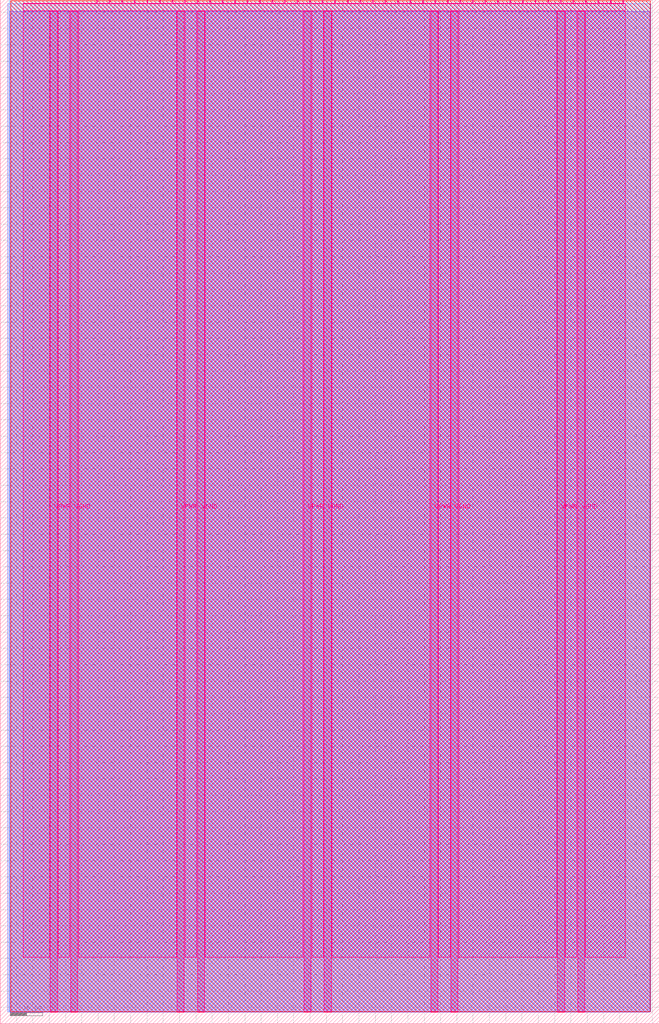
<source format=lef>
VERSION 5.7 ;
  NOWIREEXTENSIONATPIN ON ;
  DIVIDERCHAR "/" ;
  BUSBITCHARS "[]" ;
MACRO tt_um_warp
  CLASS BLOCK ;
  FOREIGN tt_um_warp ;
  ORIGIN 0.000 0.000 ;
  SIZE 202.080 BY 313.740 ;
  PIN VGND
    DIRECTION INOUT ;
    USE GROUND ;
    PORT
      LAYER Metal5 ;
        RECT 21.580 3.560 23.780 310.180 ;
    END
    PORT
      LAYER Metal5 ;
        RECT 60.450 3.560 62.650 310.180 ;
    END
    PORT
      LAYER Metal5 ;
        RECT 99.320 3.560 101.520 310.180 ;
    END
    PORT
      LAYER Metal5 ;
        RECT 138.190 3.560 140.390 310.180 ;
    END
    PORT
      LAYER Metal5 ;
        RECT 177.060 3.560 179.260 310.180 ;
    END
  END VGND
  PIN VPWR
    DIRECTION INOUT ;
    USE POWER ;
    PORT
      LAYER Metal5 ;
        RECT 15.380 3.560 17.580 310.180 ;
    END
    PORT
      LAYER Metal5 ;
        RECT 54.250 3.560 56.450 310.180 ;
    END
    PORT
      LAYER Metal5 ;
        RECT 93.120 3.560 95.320 310.180 ;
    END
    PORT
      LAYER Metal5 ;
        RECT 131.990 3.560 134.190 310.180 ;
    END
    PORT
      LAYER Metal5 ;
        RECT 170.860 3.560 173.060 310.180 ;
    END
  END VPWR
  PIN clk
    DIRECTION INPUT ;
    USE SIGNAL ;
    ANTENNAGATEAREA 1.430000 ;
    ANTENNADIFFAREA 4.030800 ;
    PORT
      LAYER Metal5 ;
        RECT 187.050 312.740 187.350 313.740 ;
    END
  END clk
  PIN ena
    DIRECTION INPUT ;
    USE SIGNAL ;
    PORT
      LAYER Metal5 ;
        RECT 190.890 312.740 191.190 313.740 ;
    END
  END ena
  PIN rst_n
    DIRECTION INPUT ;
    USE SIGNAL ;
    ANTENNAGATEAREA 0.213200 ;
    PORT
      LAYER Metal5 ;
        RECT 183.210 312.740 183.510 313.740 ;
    END
  END rst_n
  PIN ui_in[0]
    DIRECTION INPUT ;
    USE SIGNAL ;
    PORT
      LAYER Metal5 ;
        RECT 179.370 312.740 179.670 313.740 ;
    END
  END ui_in[0]
  PIN ui_in[1]
    DIRECTION INPUT ;
    USE SIGNAL ;
    PORT
      LAYER Metal5 ;
        RECT 175.530 312.740 175.830 313.740 ;
    END
  END ui_in[1]
  PIN ui_in[2]
    DIRECTION INPUT ;
    USE SIGNAL ;
    PORT
      LAYER Metal5 ;
        RECT 171.690 312.740 171.990 313.740 ;
    END
  END ui_in[2]
  PIN ui_in[3]
    DIRECTION INPUT ;
    USE SIGNAL ;
    PORT
      LAYER Metal5 ;
        RECT 167.850 312.740 168.150 313.740 ;
    END
  END ui_in[3]
  PIN ui_in[4]
    DIRECTION INPUT ;
    USE SIGNAL ;
    PORT
      LAYER Metal5 ;
        RECT 164.010 312.740 164.310 313.740 ;
    END
  END ui_in[4]
  PIN ui_in[5]
    DIRECTION INPUT ;
    USE SIGNAL ;
    PORT
      LAYER Metal5 ;
        RECT 160.170 312.740 160.470 313.740 ;
    END
  END ui_in[5]
  PIN ui_in[6]
    DIRECTION INPUT ;
    USE SIGNAL ;
    PORT
      LAYER Metal5 ;
        RECT 156.330 312.740 156.630 313.740 ;
    END
  END ui_in[6]
  PIN ui_in[7]
    DIRECTION INPUT ;
    USE SIGNAL ;
    PORT
      LAYER Metal5 ;
        RECT 152.490 312.740 152.790 313.740 ;
    END
  END ui_in[7]
  PIN uio_in[0]
    DIRECTION INPUT ;
    USE SIGNAL ;
    PORT
      LAYER Metal5 ;
        RECT 148.650 312.740 148.950 313.740 ;
    END
  END uio_in[0]
  PIN uio_in[1]
    DIRECTION INPUT ;
    USE SIGNAL ;
    PORT
      LAYER Metal5 ;
        RECT 144.810 312.740 145.110 313.740 ;
    END
  END uio_in[1]
  PIN uio_in[2]
    DIRECTION INPUT ;
    USE SIGNAL ;
    PORT
      LAYER Metal5 ;
        RECT 140.970 312.740 141.270 313.740 ;
    END
  END uio_in[2]
  PIN uio_in[3]
    DIRECTION INPUT ;
    USE SIGNAL ;
    PORT
      LAYER Metal5 ;
        RECT 137.130 312.740 137.430 313.740 ;
    END
  END uio_in[3]
  PIN uio_in[4]
    DIRECTION INPUT ;
    USE SIGNAL ;
    PORT
      LAYER Metal5 ;
        RECT 133.290 312.740 133.590 313.740 ;
    END
  END uio_in[4]
  PIN uio_in[5]
    DIRECTION INPUT ;
    USE SIGNAL ;
    PORT
      LAYER Metal5 ;
        RECT 129.450 312.740 129.750 313.740 ;
    END
  END uio_in[5]
  PIN uio_in[6]
    DIRECTION INPUT ;
    USE SIGNAL ;
    PORT
      LAYER Metal5 ;
        RECT 125.610 312.740 125.910 313.740 ;
    END
  END uio_in[6]
  PIN uio_in[7]
    DIRECTION INPUT ;
    USE SIGNAL ;
    PORT
      LAYER Metal5 ;
        RECT 121.770 312.740 122.070 313.740 ;
    END
  END uio_in[7]
  PIN uio_oe[0]
    DIRECTION OUTPUT ;
    USE SIGNAL ;
    ANTENNADIFFAREA 0.299200 ;
    PORT
      LAYER Metal5 ;
        RECT 56.490 312.740 56.790 313.740 ;
    END
  END uio_oe[0]
  PIN uio_oe[1]
    DIRECTION OUTPUT ;
    USE SIGNAL ;
    ANTENNADIFFAREA 0.299200 ;
    PORT
      LAYER Metal5 ;
        RECT 52.650 312.740 52.950 313.740 ;
    END
  END uio_oe[1]
  PIN uio_oe[2]
    DIRECTION OUTPUT ;
    USE SIGNAL ;
    ANTENNADIFFAREA 0.299200 ;
    PORT
      LAYER Metal5 ;
        RECT 48.810 312.740 49.110 313.740 ;
    END
  END uio_oe[2]
  PIN uio_oe[3]
    DIRECTION OUTPUT ;
    USE SIGNAL ;
    ANTENNADIFFAREA 0.299200 ;
    PORT
      LAYER Metal5 ;
        RECT 44.970 312.740 45.270 313.740 ;
    END
  END uio_oe[3]
  PIN uio_oe[4]
    DIRECTION OUTPUT ;
    USE SIGNAL ;
    ANTENNADIFFAREA 0.299200 ;
    PORT
      LAYER Metal5 ;
        RECT 41.130 312.740 41.430 313.740 ;
    END
  END uio_oe[4]
  PIN uio_oe[5]
    DIRECTION OUTPUT ;
    USE SIGNAL ;
    ANTENNADIFFAREA 0.299200 ;
    PORT
      LAYER Metal5 ;
        RECT 37.290 312.740 37.590 313.740 ;
    END
  END uio_oe[5]
  PIN uio_oe[6]
    DIRECTION OUTPUT ;
    USE SIGNAL ;
    ANTENNADIFFAREA 0.299200 ;
    PORT
      LAYER Metal5 ;
        RECT 33.450 312.740 33.750 313.740 ;
    END
  END uio_oe[6]
  PIN uio_oe[7]
    DIRECTION OUTPUT ;
    USE SIGNAL ;
    ANTENNADIFFAREA 0.392700 ;
    PORT
      LAYER Metal5 ;
        RECT 29.610 312.740 29.910 313.740 ;
    END
  END uio_oe[7]
  PIN uio_out[0]
    DIRECTION OUTPUT ;
    USE SIGNAL ;
    ANTENNADIFFAREA 0.299200 ;
    PORT
      LAYER Metal5 ;
        RECT 87.210 312.740 87.510 313.740 ;
    END
  END uio_out[0]
  PIN uio_out[1]
    DIRECTION OUTPUT ;
    USE SIGNAL ;
    ANTENNADIFFAREA 0.299200 ;
    PORT
      LAYER Metal5 ;
        RECT 83.370 312.740 83.670 313.740 ;
    END
  END uio_out[1]
  PIN uio_out[2]
    DIRECTION OUTPUT ;
    USE SIGNAL ;
    ANTENNADIFFAREA 0.299200 ;
    PORT
      LAYER Metal5 ;
        RECT 79.530 312.740 79.830 313.740 ;
    END
  END uio_out[2]
  PIN uio_out[3]
    DIRECTION OUTPUT ;
    USE SIGNAL ;
    ANTENNADIFFAREA 0.299200 ;
    PORT
      LAYER Metal5 ;
        RECT 75.690 312.740 75.990 313.740 ;
    END
  END uio_out[3]
  PIN uio_out[4]
    DIRECTION OUTPUT ;
    USE SIGNAL ;
    ANTENNADIFFAREA 0.299200 ;
    PORT
      LAYER Metal5 ;
        RECT 71.850 312.740 72.150 313.740 ;
    END
  END uio_out[4]
  PIN uio_out[5]
    DIRECTION OUTPUT ;
    USE SIGNAL ;
    ANTENNADIFFAREA 0.299200 ;
    PORT
      LAYER Metal5 ;
        RECT 68.010 312.740 68.310 313.740 ;
    END
  END uio_out[5]
  PIN uio_out[6]
    DIRECTION OUTPUT ;
    USE SIGNAL ;
    ANTENNADIFFAREA 0.299200 ;
    PORT
      LAYER Metal5 ;
        RECT 64.170 312.740 64.470 313.740 ;
    END
  END uio_out[6]
  PIN uio_out[7]
    DIRECTION OUTPUT ;
    USE SIGNAL ;
    ANTENNADIFFAREA 0.632400 ;
    PORT
      LAYER Metal5 ;
        RECT 60.330 312.740 60.630 313.740 ;
    END
  END uio_out[7]
  PIN uo_out[0]
    DIRECTION OUTPUT ;
    USE SIGNAL ;
    ANTENNADIFFAREA 0.632400 ;
    PORT
      LAYER Metal5 ;
        RECT 117.930 312.740 118.230 313.740 ;
    END
  END uo_out[0]
  PIN uo_out[1]
    DIRECTION OUTPUT ;
    USE SIGNAL ;
    ANTENNADIFFAREA 0.632400 ;
    PORT
      LAYER Metal5 ;
        RECT 114.090 312.740 114.390 313.740 ;
    END
  END uo_out[1]
  PIN uo_out[2]
    DIRECTION OUTPUT ;
    USE SIGNAL ;
    ANTENNADIFFAREA 0.632400 ;
    PORT
      LAYER Metal5 ;
        RECT 110.250 312.740 110.550 313.740 ;
    END
  END uo_out[2]
  PIN uo_out[3]
    DIRECTION OUTPUT ;
    USE SIGNAL ;
    ANTENNADIFFAREA 0.654800 ;
    PORT
      LAYER Metal5 ;
        RECT 106.410 312.740 106.710 313.740 ;
    END
  END uo_out[3]
  PIN uo_out[4]
    DIRECTION OUTPUT ;
    USE SIGNAL ;
    ANTENNADIFFAREA 0.632400 ;
    PORT
      LAYER Metal5 ;
        RECT 102.570 312.740 102.870 313.740 ;
    END
  END uo_out[4]
  PIN uo_out[5]
    DIRECTION OUTPUT ;
    USE SIGNAL ;
    ANTENNADIFFAREA 0.632400 ;
    PORT
      LAYER Metal5 ;
        RECT 98.730 312.740 99.030 313.740 ;
    END
  END uo_out[5]
  PIN uo_out[6]
    DIRECTION OUTPUT ;
    USE SIGNAL ;
    ANTENNADIFFAREA 0.632400 ;
    PORT
      LAYER Metal5 ;
        RECT 94.890 312.740 95.190 313.740 ;
    END
  END uo_out[6]
  PIN uo_out[7]
    DIRECTION OUTPUT ;
    USE SIGNAL ;
    ANTENNADIFFAREA 0.632400 ;
    PORT
      LAYER Metal5 ;
        RECT 91.050 312.740 91.350 313.740 ;
    END
  END uo_out[7]
  OBS
      LAYER GatPoly ;
        RECT 2.880 3.630 199.200 310.110 ;
      LAYER Metal1 ;
        RECT 2.880 3.560 199.200 310.180 ;
      LAYER Metal2 ;
        RECT 2.300 3.680 199.475 312.580 ;
      LAYER Metal3 ;
        RECT 2.780 3.635 199.300 313.465 ;
      LAYER Metal4 ;
        RECT 3.215 3.680 199.345 313.420 ;
      LAYER Metal5 ;
        RECT 7.100 312.530 29.400 312.740 ;
        RECT 30.120 312.530 33.240 312.740 ;
        RECT 33.960 312.530 37.080 312.740 ;
        RECT 37.800 312.530 40.920 312.740 ;
        RECT 41.640 312.530 44.760 312.740 ;
        RECT 45.480 312.530 48.600 312.740 ;
        RECT 49.320 312.530 52.440 312.740 ;
        RECT 53.160 312.530 56.280 312.740 ;
        RECT 57.000 312.530 60.120 312.740 ;
        RECT 60.840 312.530 63.960 312.740 ;
        RECT 64.680 312.530 67.800 312.740 ;
        RECT 68.520 312.530 71.640 312.740 ;
        RECT 72.360 312.530 75.480 312.740 ;
        RECT 76.200 312.530 79.320 312.740 ;
        RECT 80.040 312.530 83.160 312.740 ;
        RECT 83.880 312.530 87.000 312.740 ;
        RECT 87.720 312.530 90.840 312.740 ;
        RECT 91.560 312.530 94.680 312.740 ;
        RECT 95.400 312.530 98.520 312.740 ;
        RECT 99.240 312.530 102.360 312.740 ;
        RECT 103.080 312.530 106.200 312.740 ;
        RECT 106.920 312.530 110.040 312.740 ;
        RECT 110.760 312.530 113.880 312.740 ;
        RECT 114.600 312.530 117.720 312.740 ;
        RECT 118.440 312.530 121.560 312.740 ;
        RECT 122.280 312.530 125.400 312.740 ;
        RECT 126.120 312.530 129.240 312.740 ;
        RECT 129.960 312.530 133.080 312.740 ;
        RECT 133.800 312.530 136.920 312.740 ;
        RECT 137.640 312.530 140.760 312.740 ;
        RECT 141.480 312.530 144.600 312.740 ;
        RECT 145.320 312.530 148.440 312.740 ;
        RECT 149.160 312.530 152.280 312.740 ;
        RECT 153.000 312.530 156.120 312.740 ;
        RECT 156.840 312.530 159.960 312.740 ;
        RECT 160.680 312.530 163.800 312.740 ;
        RECT 164.520 312.530 167.640 312.740 ;
        RECT 168.360 312.530 171.480 312.740 ;
        RECT 172.200 312.530 175.320 312.740 ;
        RECT 176.040 312.530 179.160 312.740 ;
        RECT 179.880 312.530 183.000 312.740 ;
        RECT 183.720 312.530 186.840 312.740 ;
        RECT 187.560 312.530 190.680 312.740 ;
        RECT 191.400 312.530 191.620 312.740 ;
        RECT 7.100 310.390 191.620 312.530 ;
        RECT 7.100 20.435 15.170 310.390 ;
        RECT 17.790 20.435 21.370 310.390 ;
        RECT 23.990 20.435 54.040 310.390 ;
        RECT 56.660 20.435 60.240 310.390 ;
        RECT 62.860 20.435 92.910 310.390 ;
        RECT 95.530 20.435 99.110 310.390 ;
        RECT 101.730 20.435 131.780 310.390 ;
        RECT 134.400 20.435 137.980 310.390 ;
        RECT 140.600 20.435 170.650 310.390 ;
        RECT 173.270 20.435 176.850 310.390 ;
        RECT 179.470 20.435 191.620 310.390 ;
  END
END tt_um_warp
END LIBRARY


</source>
